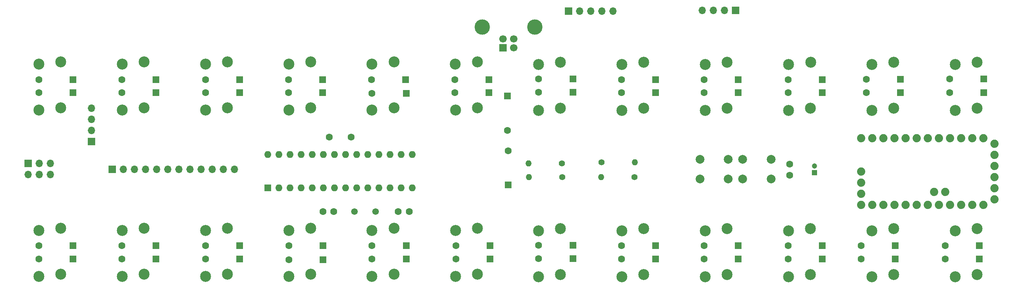
<source format=gbr>
%TF.GenerationSoftware,KiCad,Pcbnew,6.0.8+dfsg-1*%
%TF.CreationDate,2022-10-27T21:27:42-03:00*%
%TF.ProjectId,Calebe94,43616c65-6265-4393-942e-6b696361645f,rev?*%
%TF.SameCoordinates,Original*%
%TF.FileFunction,Soldermask,Bot*%
%TF.FilePolarity,Negative*%
%FSLAX46Y46*%
G04 Gerber Fmt 4.6, Leading zero omitted, Abs format (unit mm)*
G04 Created by KiCad (PCBNEW 6.0.8+dfsg-1) date 2022-10-27 21:27:42*
%MOMM*%
%LPD*%
G01*
G04 APERTURE LIST*
%ADD10R,1.600000X1.600000*%
%ADD11C,1.600000*%
%ADD12C,2.500000*%
%ADD13C,2.000000*%
%ADD14R,1.700000X1.700000*%
%ADD15O,1.700000X1.700000*%
%ADD16C,1.879600*%
%ADD17C,1.400000*%
%ADD18O,1.400000X1.400000*%
%ADD19O,1.600000X1.600000*%
%ADD20C,1.500000*%
%ADD21R,1.200000X1.200000*%
%ADD22C,1.200000*%
%ADD23C,1.700000*%
%ADD24C,3.500000*%
G04 APERTURE END LIST*
D10*
%TO.C,D40*%
X92600000Y-114000000D03*
D11*
X84800000Y-114000000D03*
%TD*%
D12*
%TO.C,SW22*%
X160900000Y-80050000D03*
X165900000Y-79550000D03*
%TD*%
%TO.C,SW40*%
X84800000Y-118000000D03*
X89800000Y-117500000D03*
%TD*%
%TO.C,SW11*%
X223050000Y-107050000D03*
X218050000Y-107550000D03*
%TD*%
D10*
%TO.C,D24*%
X168750000Y-113900000D03*
D11*
X160950000Y-113900000D03*
%TD*%
D12*
%TO.C,SW37*%
X89800000Y-69000000D03*
X84800000Y-69500000D03*
%TD*%
%TO.C,SW39*%
X89800000Y-107000000D03*
X84800000Y-107500000D03*
%TD*%
%TO.C,SW35*%
X108850000Y-107000000D03*
X103850000Y-107500000D03*
%TD*%
D10*
%TO.C,D37*%
X92600000Y-73000000D03*
D11*
X84800000Y-73000000D03*
%TD*%
D10*
%TO.C,D22*%
X168750000Y-75900000D03*
D11*
X160950000Y-75900000D03*
%TD*%
D12*
%TO.C,SW19*%
X184950000Y-107050000D03*
X179950000Y-107550000D03*
%TD*%
%TO.C,SW20*%
X179950000Y-118050000D03*
X184950000Y-117550000D03*
%TD*%
%TO.C,SW10*%
X218050000Y-80050000D03*
X223050000Y-79550000D03*
%TD*%
D13*
%TO.C,SW49*%
X204300000Y-95700000D03*
X197800000Y-95700000D03*
X197800000Y-91200000D03*
X204300000Y-91200000D03*
%TD*%
D10*
%TO.C,D15*%
X206540000Y-111000000D03*
D11*
X198740000Y-111000000D03*
%TD*%
D10*
%TO.C,D27*%
X149800000Y-111000000D03*
D11*
X142000000Y-111000000D03*
%TD*%
D10*
%TO.C,D42*%
X73450000Y-76000000D03*
D11*
X65650000Y-76000000D03*
%TD*%
D10*
%TO.C,D49*%
X153975000Y-97075000D03*
D11*
X153975000Y-89275000D03*
%TD*%
D10*
%TO.C,D10*%
X225800000Y-76000000D03*
D11*
X218000000Y-76000000D03*
%TD*%
D14*
%TO.C,J2*%
X167750000Y-57375000D03*
D15*
X170290000Y-57375000D03*
X172830000Y-57375000D03*
X175370000Y-57375000D03*
X177910000Y-57375000D03*
%TD*%
D10*
%TO.C,D7*%
X242450000Y-111000000D03*
D11*
X234650000Y-111000000D03*
%TD*%
D10*
%TO.C,D3*%
X261700000Y-111000000D03*
D11*
X253900000Y-111000000D03*
%TD*%
D12*
%TO.C,SW5*%
X242100000Y-69050000D03*
X237100000Y-69550000D03*
%TD*%
%TO.C,SW4*%
X256150000Y-118050000D03*
X261150000Y-117550000D03*
%TD*%
%TO.C,SW36*%
X103850000Y-118000000D03*
X108850000Y-117500000D03*
%TD*%
%TO.C,SW38*%
X84800000Y-80000000D03*
X89800000Y-79500000D03*
%TD*%
D16*
%TO.C,U1*%
X265140000Y-87650000D03*
X265140000Y-90190000D03*
X265140000Y-92730000D03*
X265140000Y-95270000D03*
X265140000Y-97810000D03*
X265140000Y-100350000D03*
X251297000Y-98699000D03*
X253837000Y-98699000D03*
X234660000Y-94000000D03*
X234660000Y-99080000D03*
X234660000Y-96540000D03*
X262600000Y-101620000D03*
X260060000Y-101620000D03*
X257520000Y-101620000D03*
X254980000Y-101620000D03*
X252440000Y-101620000D03*
X249900000Y-101620000D03*
X247360000Y-101620000D03*
X244820000Y-101620000D03*
X242280000Y-101620000D03*
X239740000Y-101620000D03*
X237200000Y-101620000D03*
X234660000Y-101620000D03*
X234660000Y-86380000D03*
X237200000Y-86380000D03*
X239740000Y-86380000D03*
X242280000Y-86380000D03*
X244820000Y-86380000D03*
X247360000Y-86380000D03*
X249900000Y-86380000D03*
X252440000Y-86380000D03*
X254980000Y-86380000D03*
X257520000Y-86380000D03*
X260060000Y-86380000D03*
X262600000Y-86380000D03*
%TD*%
D14*
%TO.C,J5*%
X205915000Y-57225000D03*
D15*
X203375000Y-57225000D03*
X200835000Y-57225000D03*
X198295000Y-57225000D03*
%TD*%
D10*
%TO.C,D44*%
X73450000Y-114000000D03*
D11*
X65650000Y-114000000D03*
%TD*%
D12*
%TO.C,SW48*%
X46700000Y-118000000D03*
X51700000Y-117500000D03*
%TD*%
D10*
%TO.C,D23*%
X168750000Y-110900000D03*
D11*
X160950000Y-110900000D03*
%TD*%
D12*
%TO.C,SW33*%
X108850000Y-69000000D03*
X103850000Y-69500000D03*
%TD*%
D10*
%TO.C,D19*%
X187700000Y-111000000D03*
D11*
X179900000Y-111000000D03*
%TD*%
D10*
%TO.C,D18*%
X187700000Y-76000000D03*
D11*
X179900000Y-76000000D03*
%TD*%
D12*
%TO.C,SW23*%
X165900000Y-107050000D03*
X160900000Y-107550000D03*
%TD*%
D10*
%TO.C,D13*%
X206550000Y-73000000D03*
D11*
X198750000Y-73000000D03*
%TD*%
D13*
%TO.C,SW50*%
X214100000Y-95700000D03*
X207600000Y-95700000D03*
X214100000Y-91200000D03*
X207600000Y-91200000D03*
%TD*%
D10*
%TO.C,D32*%
X130650000Y-114000000D03*
D11*
X122850000Y-114000000D03*
%TD*%
D10*
%TO.C,D16*%
X206550000Y-114000000D03*
D11*
X198750000Y-114000000D03*
%TD*%
D17*
%TO.C,R2*%
X166270000Y-92150000D03*
D18*
X158650000Y-92150000D03*
%TD*%
D10*
%TO.C,D1*%
X262700000Y-72900000D03*
D11*
X254900000Y-72900000D03*
%TD*%
D12*
%TO.C,SW21*%
X165900000Y-69050000D03*
X160900000Y-69550000D03*
%TD*%
D10*
%TO.C,D30*%
X130650000Y-76200000D03*
D11*
X122850000Y-76200000D03*
%TD*%
D12*
%TO.C,SW18*%
X179950000Y-80050000D03*
X184950000Y-79550000D03*
%TD*%
D10*
%TO.C,D46*%
X54500000Y-76000000D03*
D11*
X46700000Y-76000000D03*
%TD*%
D10*
%TO.C,D14*%
X206550000Y-76000000D03*
D11*
X198750000Y-76000000D03*
%TD*%
D12*
%TO.C,SW2*%
X256150000Y-80050000D03*
X261150000Y-79550000D03*
%TD*%
D10*
%TO.C,D35*%
X111650000Y-111000000D03*
D11*
X103850000Y-111000000D03*
%TD*%
D10*
%TO.C,D8*%
X242450000Y-114000000D03*
D11*
X234650000Y-114000000D03*
%TD*%
D12*
%TO.C,SW9*%
X223100000Y-69050000D03*
X218100000Y-69550000D03*
%TD*%
D17*
%TO.C,R4*%
X175330000Y-91900000D03*
D18*
X182950000Y-91900000D03*
%TD*%
D10*
%TO.C,D34*%
X111550000Y-76000000D03*
D11*
X103750000Y-76000000D03*
%TD*%
D10*
%TO.C,U2*%
X99020000Y-97750000D03*
D19*
X101560000Y-97750000D03*
X104100000Y-97750000D03*
X106640000Y-97750000D03*
X109180000Y-97750000D03*
X111720000Y-97750000D03*
X114260000Y-97750000D03*
X116800000Y-97750000D03*
X119340000Y-97750000D03*
X121880000Y-97750000D03*
X124420000Y-97750000D03*
X126960000Y-97750000D03*
X129500000Y-97750000D03*
X132040000Y-97750000D03*
X132040000Y-90130000D03*
X129500000Y-90130000D03*
X126960000Y-90130000D03*
X124420000Y-90130000D03*
X121880000Y-90130000D03*
X119340000Y-90130000D03*
X116800000Y-90130000D03*
X114260000Y-90130000D03*
X111720000Y-90130000D03*
X109180000Y-90130000D03*
X106640000Y-90130000D03*
X104100000Y-90130000D03*
X101560000Y-90130000D03*
X99020000Y-90130000D03*
%TD*%
D12*
%TO.C,SW12*%
X218050000Y-118050000D03*
X223050000Y-117550000D03*
%TD*%
D10*
%TO.C,D31*%
X130650000Y-111000000D03*
D11*
X122850000Y-111000000D03*
%TD*%
D10*
%TO.C,D47*%
X54500000Y-111000000D03*
D11*
X46700000Y-111000000D03*
%TD*%
D17*
%TO.C,R1*%
X182820000Y-95300000D03*
D18*
X175200000Y-95300000D03*
%TD*%
D12*
%TO.C,SW32*%
X122850000Y-118000000D03*
X127850000Y-117500000D03*
%TD*%
%TO.C,SW47*%
X51700000Y-107000000D03*
X46700000Y-107500000D03*
%TD*%
%TO.C,SW34*%
X103850000Y-80000000D03*
X108850000Y-79500000D03*
%TD*%
D11*
%TO.C,C2*%
X218350000Y-94850000D03*
X218350000Y-92350000D03*
%TD*%
D10*
%TO.C,D17*%
X187700000Y-73000000D03*
D11*
X179900000Y-73000000D03*
%TD*%
D12*
%TO.C,SW41*%
X70750000Y-69000000D03*
X65750000Y-69500000D03*
%TD*%
D10*
%TO.C,D45*%
X54500000Y-73000000D03*
D11*
X46700000Y-73000000D03*
%TD*%
D10*
%TO.C,D26*%
X149600000Y-76000000D03*
D11*
X141800000Y-76000000D03*
%TD*%
D10*
%TO.C,D29*%
X130550000Y-73000000D03*
D11*
X122750000Y-73000000D03*
%TD*%
D12*
%TO.C,SW15*%
X204000000Y-107050000D03*
X199000000Y-107550000D03*
%TD*%
%TO.C,SW26*%
X141950000Y-80000000D03*
X146950000Y-79500000D03*
%TD*%
%TO.C,SW31*%
X127850000Y-107000000D03*
X122850000Y-107500000D03*
%TD*%
%TO.C,SW27*%
X146950000Y-107000000D03*
X141950000Y-107500000D03*
%TD*%
D10*
%TO.C,D6*%
X243650000Y-76000000D03*
D11*
X235850000Y-76000000D03*
%TD*%
D12*
%TO.C,SW6*%
X237100000Y-80050000D03*
X242100000Y-79550000D03*
%TD*%
%TO.C,SW28*%
X141950000Y-118000000D03*
X146950000Y-117500000D03*
%TD*%
%TO.C,SW25*%
X146900000Y-69000000D03*
X141900000Y-69500000D03*
%TD*%
%TO.C,SW3*%
X261150000Y-107050000D03*
X256150000Y-107550000D03*
%TD*%
D10*
%TO.C,D41*%
X73450000Y-73000000D03*
D11*
X65650000Y-73000000D03*
%TD*%
D12*
%TO.C,SW13*%
X204000000Y-69050000D03*
X199000000Y-69550000D03*
%TD*%
D10*
%TO.C,D28*%
X149800000Y-114000000D03*
D11*
X142000000Y-114000000D03*
%TD*%
D12*
%TO.C,SW45*%
X51700000Y-69000000D03*
X46700000Y-69500000D03*
%TD*%
D10*
%TO.C,D48*%
X54500000Y-114000000D03*
D11*
X46700000Y-114000000D03*
%TD*%
%TO.C,C4*%
X114130000Y-103150000D03*
X111630000Y-103150000D03*
%TD*%
D10*
%TO.C,D4*%
X261700000Y-114000000D03*
D11*
X253900000Y-114000000D03*
%TD*%
D12*
%TO.C,SW44*%
X65750000Y-118000000D03*
X70750000Y-117500000D03*
%TD*%
D10*
%TO.C,D21*%
X168750000Y-72900000D03*
D11*
X160950000Y-72900000D03*
%TD*%
D10*
%TO.C,D9*%
X225800000Y-73000000D03*
D11*
X218000000Y-73000000D03*
%TD*%
D12*
%TO.C,SW8*%
X237100000Y-118050000D03*
X242100000Y-117550000D03*
%TD*%
D10*
%TO.C,D33*%
X111550000Y-73000000D03*
D11*
X103750000Y-73000000D03*
%TD*%
D12*
%TO.C,SW30*%
X122850000Y-80000000D03*
X127850000Y-79500000D03*
%TD*%
%TO.C,SW7*%
X242100000Y-107050000D03*
X237100000Y-107550000D03*
%TD*%
D20*
%TO.C,Y1*%
X123700000Y-103180000D03*
X118800000Y-103180000D03*
%TD*%
D11*
%TO.C,C3*%
X128830000Y-103150000D03*
X131330000Y-103150000D03*
%TD*%
D10*
%TO.C,D5*%
X243650000Y-72925000D03*
D11*
X235850000Y-72925000D03*
%TD*%
D10*
%TO.C,D11*%
X225800000Y-111000000D03*
D11*
X218000000Y-111000000D03*
%TD*%
D14*
%TO.C,J3*%
X63450000Y-93500000D03*
D15*
X65990000Y-93500000D03*
X68530000Y-93500000D03*
X71070000Y-93500000D03*
X73610000Y-93500000D03*
X76150000Y-93500000D03*
X78690000Y-93500000D03*
X81230000Y-93500000D03*
X83770000Y-93500000D03*
X86310000Y-93500000D03*
X88850000Y-93500000D03*
X91390000Y-93500000D03*
%TD*%
D10*
%TO.C,D50*%
X153800000Y-76800000D03*
D11*
X153800000Y-84600000D03*
%TD*%
D12*
%TO.C,SW43*%
X70750000Y-107000000D03*
X65750000Y-107500000D03*
%TD*%
%TO.C,SW46*%
X46700000Y-80000000D03*
X51700000Y-79500000D03*
%TD*%
D21*
%TO.C,C1*%
X223950000Y-94250000D03*
D22*
X223950000Y-92750000D03*
%TD*%
D12*
%TO.C,SW1*%
X261150000Y-69050000D03*
X256150000Y-69550000D03*
%TD*%
D14*
%TO.C,J4*%
X58700000Y-87175000D03*
D15*
X58700000Y-84635000D03*
X58700000Y-82095000D03*
X58700000Y-79555000D03*
%TD*%
D10*
%TO.C,D25*%
X149600000Y-73000000D03*
D11*
X141800000Y-73000000D03*
%TD*%
D12*
%TO.C,SW14*%
X199000000Y-80050000D03*
X204000000Y-79550000D03*
%TD*%
%TO.C,SW16*%
X199000000Y-118050000D03*
X204000000Y-117550000D03*
%TD*%
D14*
%TO.C,J6*%
X44225000Y-92160000D03*
D15*
X44225000Y-94700000D03*
X46765000Y-92160000D03*
X46765000Y-94700000D03*
X49305000Y-92160000D03*
X49305000Y-94700000D03*
%TD*%
D10*
%TO.C,D12*%
X225800000Y-114000000D03*
D11*
X218000000Y-114000000D03*
%TD*%
%TO.C,C5*%
X118080000Y-86200000D03*
X113080000Y-86200000D03*
%TD*%
D17*
%TO.C,R3*%
X166300000Y-95300000D03*
D18*
X158680000Y-95300000D03*
%TD*%
D12*
%TO.C,SW24*%
X160900000Y-118050000D03*
X165900000Y-117550000D03*
%TD*%
D10*
%TO.C,D43*%
X73450000Y-111000000D03*
D11*
X65650000Y-111000000D03*
%TD*%
D10*
%TO.C,D38*%
X92600000Y-76000000D03*
D11*
X84800000Y-76000000D03*
%TD*%
D10*
%TO.C,D20*%
X187700000Y-114000000D03*
D11*
X179900000Y-114000000D03*
%TD*%
D14*
%TO.C,J1*%
X152775000Y-65750000D03*
D23*
X155275000Y-65750000D03*
X155275000Y-63750000D03*
X152775000Y-63750000D03*
D24*
X148005000Y-61040000D03*
X160045000Y-61040000D03*
%TD*%
D10*
%TO.C,D39*%
X92600000Y-111000000D03*
D11*
X84800000Y-111000000D03*
%TD*%
D10*
%TO.C,D36*%
X111650000Y-114200000D03*
D11*
X103850000Y-114200000D03*
%TD*%
D12*
%TO.C,SW17*%
X184950000Y-69050000D03*
X179950000Y-69550000D03*
%TD*%
%TO.C,SW42*%
X65750000Y-80000000D03*
X70750000Y-79500000D03*
%TD*%
D10*
%TO.C,D2*%
X262700000Y-76000000D03*
D11*
X254900000Y-76000000D03*
%TD*%
D12*
%TO.C,SW29*%
X127850000Y-69000000D03*
X122850000Y-69500000D03*
%TD*%
M02*

</source>
